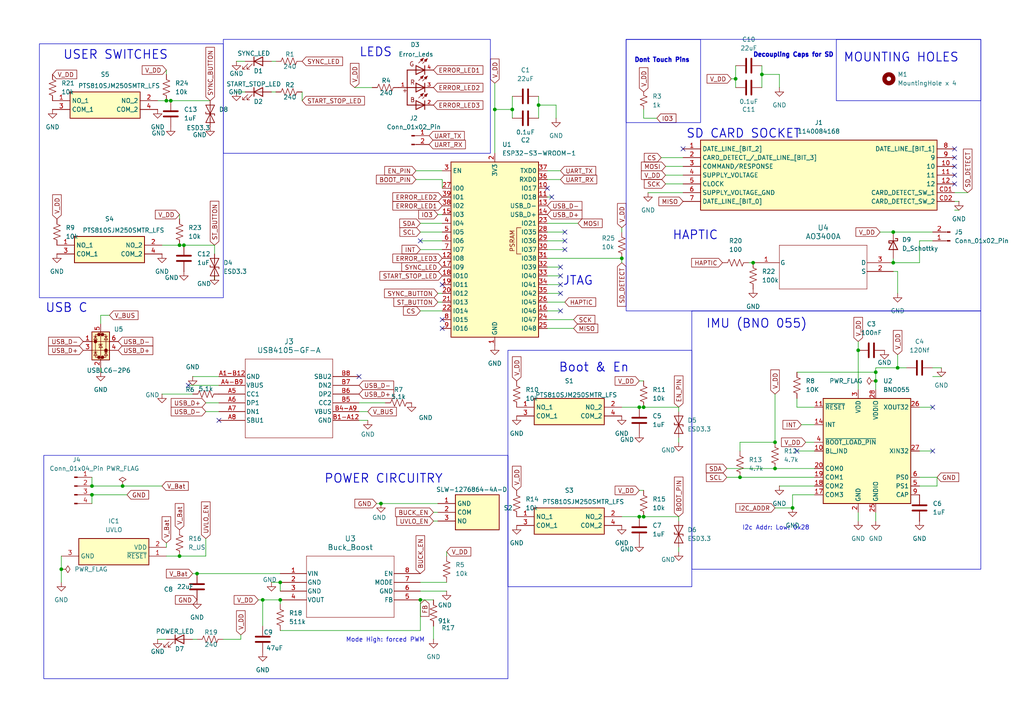
<source format=kicad_sch>
(kicad_sch (version 20250114) (generator "eeschema") (generator_version "9.0")
  (paper "A4")
  (title_block (title "GoldenFormPCB_1") (date "2026-01-22") (rev "1.0"))
  (rectangle (start 181.61 11.43) (end 284.48 90.17))
  (rectangle (start 64.77 11.43) (end 142.24 44.45))
  (rectangle (start 12.7 132.08) (end 147.32 196.85))
  (rectangle (start 242.57 11.43) (end 284.48 29.21))
  (rectangle (start 181.61 11.43) (end 203.2 35.56))
  (rectangle (start 147.32 101.6) (end 200.66 170.18))
  (rectangle (start 11.43 12.7) (end 64.77 86.36))
  (rectangle (start 200.66 90.17) (end 284.48 165.1))
  (text "LEDS\n" (at 108.966 15.24 0) (effects (font (size 2.54 2.54) (thickness 0.254) (bold yes))))
  (text "SD CARD SOCKET\n" (at 215.646 38.862 0) (effects (font (size 2.54 2.54) (thickness 0.254) (bold yes))))
  (text "POWER CIRCUITRY" (at 111.252 138.938 0) (effects (font (size 2.54 2.54) (thickness 0.254) (bold yes))))
  (text "Mode High: forced PWM\n" (at 111.76 185.674 0) (effects (font (size 1.27 1.27))))
  (text "USB C\n" (at 19.304 89.408 0) (effects (font (size 2.54 2.54) (thickness 0.254) (bold yes))))
  (text "IMU (BNO 055)" (at 219.456 93.98 0) (effects (font (size 2.54 2.54) (thickness 0.254) (bold yes))))
  (text "USER SWITCHES\n" (at 33.528 16.002 0) (effects (font (size 2.54 2.54) (thickness 0.254) (bold yes))))
  (text "Decoupling Caps for SD\n" (at 230.124 16.002 0) (effects (font (size 1.27 1.27) (thickness 0.3175))))
  (text "Dont Touch Pins\n" (at 192.024 17.526 0) (effects (font (size 1.27 1.27) (thickness 0.3175))))
  (text "HAPTIC\n" (at 201.676 68.326 0) (effects (font (size 2.54 2.54) (thickness 0.254) (bold yes))))
  (text "JTAG\n" (at 167.64 81.534 0) (effects (font (size 2.54 2.54) (thickness 0.254) (bold yes))))
  (text "Boot & En " (at 173.228 106.68 0) (effects (font (size 2.54 2.54) (thickness 0.254) (bold yes))))
  (text "I2c Addr: Low: 0x28\n" (at 225.044 153.162 0) (effects (font (size 1.27 1.27))))
  (text "MOUNTING HOLES" (at 261.366 16.764 0) (effects (font (size 2.54 2.54) (thickness 0.254) (bold yes))))
  (junction (at 214.63 138.43))
  (junction (at 35.56 140.97))
  (junction (at 259.08 76.2))
  (junction (at 17.78 165.1))
  (junction (at 52.07 161.29))
  (junction (at 76.2 173.99))
  (junction (at 248.92 101.6))
  (junction (at 218.44 76.2))
  (junction (at 81.28 168.91))
  (junction (at 186.69 149.86))
  (junction (at 259.08 67.31))
  (junction (at 110.49 146.05))
  (junction (at 185.42 149.86))
  (junction (at 213.36 22.86))
  (junction (at 26.67 140.97))
  (junction (at 143.51 31.75))
  (junction (at 229.87 147.32))
  (junction (at 180.34 74.93))
  (junction (at 254 110.49))
  (junction (at 52.07 71.12))
  (junction (at 121.92 173.99))
  (junction (at 156.21 30.48))
  (junction (at 48.26 29.21))
  (junction (at 254 107.95))
  (junction (at 260.35 106.68))
  (junction (at 185.42 118.11))
  (junction (at 220.98 21.59))
  (junction (at 81.28 173.99))
  (junction (at 26.67 143.51))
  (junction (at 224.79 135.89))
  (junction (at 49.53 29.21))
  (junction (at 57.15 166.37))
  (junction (at 148.59 31.75))
  (junction (at 224.79 128.27))
  (junction (at 53.34 71.12))
  (junction (at 186.69 118.11))
  (no_connect (at 276.86 48.26))
  (no_connect (at 162.56 80.01))
  (no_connect (at 160.02 57.15))
  (no_connect (at 270.51 130.81))
  (no_connect (at 276.86 50.8))
  (no_connect (at 162.56 82.55))
  (no_connect (at 198.12 43.18))
  (no_connect (at 270.51 118.11))
  (no_connect (at 162.56 77.47))
  (no_connect (at 162.56 90.17))
  (no_connect (at 231.14 130.81))
  (no_connect (at 163.83 69.85))
  (no_connect (at 121.92 69.85))
  (no_connect (at 276.86 43.18))
  (no_connect (at 276.86 53.34))
  (no_connect (at 104.14 109.22))
  (no_connect (at 276.86 45.72))
  (no_connect (at 158.75 54.61))
  (no_connect (at 163.83 72.39))
  (no_connect (at 128.27 95.25))
  (no_connect (at 128.27 82.55))
  (no_connect (at 162.56 85.09))
  (no_connect (at 163.83 67.31))
  (no_connect (at 128.27 92.71))
  (no_connect (at 54.61 111.76))
  (no_connect (at 63.5 121.92))
  (wire (pts (xy 143.51 31.75) (xy 148.59 31.75)))
  (wire (pts (xy 254 107.95) (xy 254 110.49)))
  (wire (pts (xy 102.87 25.4) (xy 107.95 25.4)))
  (wire (pts (xy 158.75 64.77) (xy 167.64 64.77)))
  (wire (pts (xy 156.21 30.48) (xy 161.29 30.48)))
  (wire (pts (xy 148.59 27.94) (xy 148.59 31.75)))
  (wire (pts (xy 26.67 143.51) (xy 26.67 146.05)))
  (wire (pts (xy 260.35 78.74) (xy 260.35 85.09)))
  (wire (pts (xy 52.07 71.12) (xy 53.34 71.12)))
  (wire (pts (xy 121.92 67.31) (xy 128.27 67.31)))
  (wire (pts (xy 180.34 66.04) (xy 180.34 67.31)))
  (wire (pts (xy 125.73 148.59) (xy 127 148.59)))
  (wire (pts (xy 143.51 24.13) (xy 143.51 31.75)))
  (wire (pts (xy 29.21 106.68) (xy 29.21 107.95)))
  (wire (pts (xy 158.75 87.63) (xy 163.83 87.63)))
  (wire (pts (xy 262.89 106.68) (xy 260.35 106.68)))
  (wire (pts (xy 68.58 17.78) (xy 71.12 17.78)))
  (wire (pts (xy 218.44 76.2) (xy 217.17 76.2)))
  (wire (pts (xy 220.98 21.59) (xy 226.06 21.59)))
  (wire (pts (xy 48.26 20.32) (xy 48.26 21.59)))
  (wire (pts (xy 57.15 166.37) (xy 81.28 166.37)))
  (wire (pts (xy 156.21 27.94) (xy 156.21 30.48)))
  (wire (pts (xy 248.92 99.06) (xy 248.92 101.6)))
  (wire (pts (xy 127 87.63) (xy 128.27 87.63)))
  (wire (pts (xy 46.99 140.97) (xy 35.56 140.97)))
  (wire (pts (xy 160.02 57.15) (xy 158.75 57.15)))
  (wire (pts (xy 121.92 168.91) (xy 129.54 168.91)))
  (wire (pts (xy 78.74 168.91) (xy 81.28 168.91)))
  (wire (pts (xy 64.77 185.42) (xy 69.85 185.42)))
  (wire (pts (xy 59.69 116.84) (xy 63.5 116.84)))
  (wire (pts (xy 266.7 69.85) (xy 266.7 76.2)))
  (wire (pts (xy 104.14 119.38) (xy 106.68 119.38)))
  (wire (pts (xy 45.72 29.21) (xy 48.26 29.21)))
  (wire (pts (xy 254 106.68) (xy 254 107.95)))
  (wire (pts (xy 121.92 173.99) (xy 121.92 182.88)))
  (wire (pts (xy 266.7 138.43) (xy 271.78 138.43)))
  (wire (pts (xy 120.65 52.07) (xy 128.27 52.07)))
  (wire (pts (xy 125.73 173.99) (xy 121.92 173.99)))
  (wire (pts (xy 121.92 69.85) (xy 128.27 69.85)))
  (wire (pts (xy 213.36 22.86) (xy 213.36 25.4)))
  (wire (pts (xy 193.04 53.34) (xy 198.12 53.34)))
  (wire (pts (xy 81.28 182.88) (xy 121.92 182.88)))
  (wire (pts (xy 186.69 31.75) (xy 186.69 34.29)))
  (wire (pts (xy 128.27 52.07) (xy 128.27 54.61)))
  (wire (pts (xy 76.2 173.99) (xy 76.2 181.61)))
  (wire (pts (xy 259.08 67.31) (xy 270.51 67.31)))
  (wire (pts (xy 158.75 69.85) (xy 163.83 69.85)))
  (wire (pts (xy 158.75 49.53) (xy 162.56 49.53)))
  (wire (pts (xy 148.59 31.75) (xy 148.59 34.29)))
  (wire (pts (xy 260.35 106.68) (xy 254 106.68)))
  (wire (pts (xy 186.69 118.11) (xy 196.85 118.11)))
  (wire (pts (xy 76.2 173.99) (xy 81.28 173.99)))
  (wire (pts (xy 254 148.59) (xy 254 151.13)))
  (wire (pts (xy 104.14 116.84) (xy 111.76 116.84)))
  (wire (pts (xy 220.98 21.59) (xy 220.98 25.4)))
  (wire (pts (xy 26.67 138.43) (xy 26.67 140.97)))
  (wire (pts (xy 26.67 140.97) (xy 35.56 140.97)))
  (wire (pts (xy 187.96 55.88) (xy 198.12 55.88)))
  (wire (pts (xy 248.92 148.59) (xy 248.92 151.13)))
  (wire (pts (xy 276.86 60.96) (xy 278.13 60.96)))
  (wire (pts (xy 224.79 114.3) (xy 224.79 128.27)))
  (wire (pts (xy 214.63 128.27) (xy 224.79 128.27)))
  (wire (pts (xy 210.82 135.89) (xy 224.79 135.89)))
  (wire (pts (xy 158.75 74.93) (xy 180.34 74.93)))
  (wire (pts (xy 236.22 118.11) (xy 231.14 118.11)))
  (wire (pts (xy 158.75 80.01) (xy 162.56 80.01)))
  (wire (pts (xy 186.69 149.86) (xy 185.42 149.86)))
  (wire (pts (xy 156.21 30.48) (xy 156.21 34.29)))
  (wire (pts (xy 158.75 72.39) (xy 163.83 72.39)))
  (wire (pts (xy 191.77 45.72) (xy 198.12 45.72)))
  (wire (pts (xy 213.36 19.05) (xy 213.36 22.86)))
  (wire (pts (xy 196.85 160.02) (xy 196.85 158.75)))
  (wire (pts (xy 52.07 62.23) (xy 52.07 63.5)))
  (wire (pts (xy 158.75 82.55) (xy 162.56 82.55)))
  (wire (pts (xy 62.23 81.28) (xy 62.23 80.01)))
  (wire (pts (xy 26.67 143.51) (xy 36.83 143.51)))
  (wire (pts (xy 231.14 107.95) (xy 254 107.95)))
  (wire (pts (xy 196.85 119.38) (xy 196.85 118.11)))
  (wire (pts (xy 212.09 22.86) (xy 213.36 22.86)))
  (wire (pts (xy 48.26 158.75) (xy 48.26 157.48)))
  (wire (pts (xy 266.7 69.85) (xy 270.51 69.85)))
  (wire (pts (xy 120.65 49.53) (xy 128.27 49.53)))
  (wire (pts (xy 161.29 30.48) (xy 161.29 34.29)))
  (wire (pts (xy 49.53 29.21) (xy 60.96 29.21)))
  (wire (pts (xy 143.51 31.75) (xy 143.51 44.45)))
  (wire (pts (xy 254 110.49) (xy 254 113.03)))
  (wire (pts (xy 180.34 118.11) (xy 185.42 118.11)))
  (wire (pts (xy 270.51 106.68) (xy 273.05 106.68)))
  (wire (pts (xy 232.41 123.19) (xy 236.22 123.19)))
  (wire (pts (xy 186.69 110.49) (xy 185.42 110.49)))
  (wire (pts (xy 81.28 175.26) (xy 81.28 173.99)))
  (wire (pts (xy 233.68 128.27) (xy 236.22 128.27)))
  (wire (pts (xy 48.26 161.29) (xy 52.07 161.29)))
  (wire (pts (xy 125.73 181.61) (xy 125.73 185.42)))
  (wire (pts (xy 226.06 21.59) (xy 226.06 25.4)))
  (wire (pts (xy 55.88 166.37) (xy 57.15 166.37)))
  (wire (pts (xy 81.28 168.91) (xy 81.28 171.45)))
  (wire (pts (xy 158.75 90.17) (xy 162.56 90.17)))
  (wire (pts (xy 158.75 95.25) (xy 166.37 95.25)))
  (wire (pts (xy 260.35 102.87) (xy 260.35 106.68)))
  (wire (pts (xy 158.75 92.71) (xy 166.37 92.71)))
  (wire (pts (xy 104.14 121.92) (xy 106.68 121.92)))
  (wire (pts (xy 276.86 55.88) (xy 280.67 55.88)))
  (wire (pts (xy 158.75 85.09) (xy 162.56 85.09)))
  (wire (pts (xy 87.63 29.21) (xy 87.63 26.67)))
  (wire (pts (xy 271.78 138.43) (xy 271.78 140.97)))
  (wire (pts (xy 55.88 109.22) (xy 63.5 109.22)))
  (wire (pts (xy 127 85.09) (xy 128.27 85.09)))
  (wire (pts (xy 186.69 149.86) (xy 196.85 149.86)))
  (wire (pts (xy 59.69 119.38) (xy 63.5 119.38)))
  (wire (pts (xy 48.26 29.21) (xy 49.53 29.21)))
  (wire (pts (xy 78.74 17.78) (xy 80.01 17.78)))
  (wire (pts (xy 266.7 130.81) (xy 270.51 130.81)))
  (wire (pts (xy 127 62.23) (xy 128.27 62.23)))
  (wire (pts (xy 186.69 34.29) (xy 190.5 34.29)))
  (wire (pts (xy 266.7 140.97) (xy 271.78 140.97)))
  (wire (pts (xy 259.08 78.74) (xy 260.35 78.74)))
  (wire (pts (xy 54.61 111.76) (xy 63.5 111.76)))
  (wire (pts (xy 231.14 118.11) (xy 231.14 115.57)))
  (wire (pts (xy 214.63 138.43) (xy 236.22 138.43)))
  (wire (pts (xy 55.88 185.42) (xy 57.15 185.42)))
  (wire (pts (xy 255.27 67.31) (xy 259.08 67.31)))
  (wire (pts (xy 62.23 73.66) (xy 62.23 71.12)))
  (wire (pts (xy 180.34 149.86) (xy 185.42 149.86)))
  (wire (pts (xy 110.49 146.05) (xy 127 146.05)))
  (wire (pts (xy 121.92 72.39) (xy 128.27 72.39)))
  (wire (pts (xy 186.69 142.24) (xy 185.42 142.24)))
  (wire (pts (xy 121.92 90.17) (xy 128.27 90.17)))
  (wire (pts (xy 276.86 58.42) (xy 278.13 58.42)))
  (wire (pts (xy 229.87 143.51) (xy 236.22 143.51)))
  (wire (pts (xy 196.85 128.27) (xy 196.85 127)))
  (wire (pts (xy 266.7 76.2) (xy 259.08 76.2)))
  (wire (pts (xy 248.92 101.6) (xy 248.92 113.03)))
  (wire (pts (xy 121.92 64.77) (xy 128.27 64.77)))
  (wire (pts (xy 186.69 118.11) (xy 185.42 118.11)))
  (wire (pts (xy 52.07 71.12) (xy 46.99 71.12)))
  (wire (pts (xy 76.2 173.99) (xy 74.93 173.99)))
  (wire (pts (xy 158.75 67.31) (xy 163.83 67.31)))
  (wire (pts (xy 229.87 147.32) (xy 229.87 143.51)))
  (wire (pts (xy 196.85 151.13) (xy 196.85 149.86)))
  (wire (pts (xy 29.21 91.44) (xy 31.75 91.44)))
  (wire (pts (xy 158.75 52.07) (xy 162.56 52.07)))
  (wire (pts (xy 224.79 135.89) (xy 236.22 135.89)))
  (wire (pts (xy 17.78 165.1) (xy 17.78 168.91)))
  (wire (pts (xy 109.22 146.05) (xy 110.49 146.05)))
  (wire (pts (xy 231.14 130.81) (xy 236.22 130.81)))
  (wire (pts (xy 125.73 151.13) (xy 127 151.13)))
  (wire (pts (xy 236.22 140.97) (xy 226.06 140.97)))
  (wire (pts (xy 193.04 50.8) (xy 198.12 50.8)))
  (wire (pts (xy 193.04 48.26) (xy 198.12 48.26)))
  (wire (pts (xy 266.7 118.11) (xy 270.51 118.11)))
  (wire (pts (xy 29.21 91.44) (xy 29.21 93.98)))
  (wire (pts (xy 69.85 184.15) (xy 69.85 185.42)))
  (wire (pts (xy 17.78 161.29) (xy 17.78 165.1)))
  (wire (pts (xy 224.79 147.32) (xy 229.87 147.32)))
  (wire (pts (xy 45.72 185.42) (xy 48.26 185.42)))
  (wire (pts (xy 210.82 138.43) (xy 214.63 138.43)))
  (wire (pts (xy 129.54 160.02) (xy 129.54 161.29)))
  (wire (pts (xy 259.08 74.93) (xy 259.08 76.2)))
  (wire (pts (xy 180.34 76.2) (xy 180.34 74.93)))
  (wire (pts (xy 214.63 130.81) (xy 214.63 128.27)))
  (wire (pts (xy 68.58 26.67) (xy 71.12 26.67)))
  (wire (pts (xy 270.51 109.22) (xy 273.05 109.22)))
  (wire (pts (xy 59.69 161.29) (xy 52.07 161.29)))
  (wire (pts (xy 78.74 26.67) (xy 80.01 26.67)))
  (wire (pts (xy 121.92 171.45) (xy 129.54 171.45)))
  (wire (pts (xy 59.69 156.21) (xy 59.69 161.29)))
  (wire (pts (xy 53.34 71.12) (xy 62.23 71.12)))
  (wire (pts (xy 220.98 19.05) (xy 220.98 21.59)))
  (wire (pts (xy 46.99 114.3) (xy 55.88 114.3)))
  (wire (pts (xy 158.75 77.47) (xy 162.56 77.47)))
  (global_label "UART_TX" (shape input) (at 124.46 39.37 0) (property "Intersheetrefs" "${INTERSHEET_REFS}" (effects (hide yes))))
  (global_label "V_DD" (shape input) (at 129.54 160.02 0) (property "Intersheetrefs" "${INTERSHEET_REFS}" (effects (hide yes))))
  (global_label "GND" (shape input) (at 57.15 173.99 180) (property "Intersheetrefs" "${INTERSHEET_REFS}" (effects (hide yes))))
  (global_label "MISO" (shape input) (at 198.12 58.42 180) (property "Intersheetrefs" "${INTERSHEET_REFS}" (effects (hide yes))))
  (global_label "V_DD" (shape input) (at 193.04 50.8 180) (property "Intersheetrefs" "${INTERSHEET_REFS}" (effects (hide yes))))
  (global_label "SYNC_LED" (shape input) (at 128.27 77.47 180) (property "Intersheetrefs" "${INTERSHEET_REFS}" (effects (hide yes))))
  (global_label "V_DD" (shape input) (at 185.42 142.24 180) (property "Intersheetrefs" "${INTERSHEET_REFS}" (effects (hide yes))))
  (global_label "V_BUS" (shape input) (at 31.75 91.44 0) (property "Intersheetrefs" "${INTERSHEET_REFS}" (effects (hide yes))))
  (global_label "HAPTIC" (shape input) (at 163.83 87.63 0) (property "Intersheetrefs" "${INTERSHEET_REFS}" (effects (hide yes))))
  (global_label "V_DD" (shape input) (at 255.27 67.31 180) (property "Intersheetrefs" "${INTERSHEET_REFS}" (effects (hide yes))))
  (global_label "SD_DETECT" (shape input) (at 180.34 76.2 270) (property "Intersheetrefs" "${INTERSHEET_REFS}" (effects (hide yes))))
  (global_label "SCL" (shape input) (at 121.92 67.31 180) (property "Intersheetrefs" "${INTERSHEET_REFS}" (effects (hide yes))))
  (global_label "GND" (shape input) (at 109.22 146.05 180) (property "Intersheetrefs" "${INTERSHEET_REFS}" (effects (hide yes))))
  (global_label "SCL" (shape input) (at 210.82 138.43 180) (property "Intersheetrefs" "${INTERSHEET_REFS}" (effects (hide yes))))
  (global_label "CS" (shape input) (at 121.92 90.17 180) (property "Intersheetrefs" "${INTERSHEET_REFS}" (effects (hide yes))))
  (global_label "UVLO_EN" (shape input) (at 59.69 156.21 90) (property "Intersheetrefs" "${INTERSHEET_REFS}" (effects (hide yes))))
  (global_label "UART_RX" (shape input) (at 162.56 52.07 0) (property "Intersheetrefs" "${INTERSHEET_REFS}" (effects (hide yes))))
  (global_label "SYNC_LED" (shape input) (at 87.63 17.78 0) (property "Intersheetrefs" "${INTERSHEET_REFS}" (effects (hide yes))))
  (global_label "V_Bat" (shape input) (at 46.99 140.97 0) (effects (font (thickness 0.1588))) (property "Intersheetrefs" "${INTERSHEET_REFS}" (effects (hide yes))))
  (global_label "V_DD" (shape input) (at 74.93 173.99 180) (property "Intersheetrefs" "${INTERSHEET_REFS}" (effects (hide yes))))
  (global_label "USB_D+" (shape input) (at 34.29 101.6 0) (property "Intersheetrefs" "${INTERSHEET_REFS}" (effects (hide yes))))
  (global_label "SYNC_BUTTON" (shape input) (at 127 85.09 180) (property "Intersheetrefs" "${INTERSHEET_REFS}" (effects (hide yes))))
  (global_label "V_DD" (shape input) (at 180.34 66.04 90) (property "Intersheetrefs" "${INTERSHEET_REFS}" (effects (hide yes))))
  (global_label "INT" (shape input) (at 121.92 72.39 180) (property "Intersheetrefs" "${INTERSHEET_REFS}" (effects (hide yes))))
  (global_label "START_STOP_LED" (shape input) (at 87.63 29.21 0) (property "Intersheetrefs" "${INTERSHEET_REFS}" (effects (hide yes))))
  (global_label "USB_D-" (shape input) (at 158.75 59.69 0) (property "Intersheetrefs" "${INTERSHEET_REFS}" (effects (hide yes))))
  (global_label "V_DD" (shape input) (at 16.51 63.5 90) (property "Intersheetrefs" "${INTERSHEET_REFS}" (effects (hide yes))))
  (global_label "V_DD" (shape input) (at 185.42 110.49 180) (property "Intersheetrefs" "${INTERSHEET_REFS}" (effects (hide yes))))
  (global_label "V_DD" (shape input) (at 224.79 114.3 90) (property "Intersheetrefs" "${INTERSHEET_REFS}" (effects (hide yes))))
  (global_label "SDA" (shape input) (at 210.82 135.89 180) (property "Intersheetrefs" "${INTERSHEET_REFS}" (effects (hide yes))))
  (global_label "V_Bat" (shape input) (at 52.07 153.67 90) (property "Intersheetrefs" "${INTERSHEET_REFS}" (effects (hide yes))))
  (global_label "SCK" (shape input) (at 166.37 92.71 0) (property "Intersheetrefs" "${INTERSHEET_REFS}" (effects (hide yes))))
  (global_label "SDA" (shape input) (at 121.92 64.77 180) (property "Intersheetrefs" "${INTERSHEET_REFS}" (effects (hide yes))))
  (global_label "ERROR_LED3" (shape input) (at 128.27 74.93 180) (property "Intersheetrefs" "${INTERSHEET_REFS}" (effects (hide yes))))
  (global_label "ERROR_LED2" (shape input) (at 128.27 57.15 180) (property "Intersheetrefs" "${INTERSHEET_REFS}" (effects (hide yes))))
  (global_label "ERROR_LED1" (shape input) (at 125.73 20.32 0) (property "Intersheetrefs" "${INTERSHEET_REFS}" (effects (hide yes))))
  (global_label "V_DD" (shape input) (at 52.07 62.23 180) (property "Intersheetrefs" "${INTERSHEET_REFS}" (effects (hide yes))))
  (global_label "V_DD" (shape input) (at 186.69 26.67 90) (property "Intersheetrefs" "${INTERSHEET_REFS}" (effects (hide yes))))
  (global_label "ERROR_LED2" (shape input) (at 125.73 25.4 0) (property "Intersheetrefs" "${INTERSHEET_REFS}" (effects (hide yes))))
  (global_label "USB_D-" (shape input) (at 24.13 99.06 180) (property "Intersheetrefs" "${INTERSHEET_REFS}" (effects (hide yes))))
  (global_label "V_DD" (shape input) (at 212.09 22.86 180) (property "Intersheetrefs" "${INTERSHEET_REFS}" (effects (hide yes))))
  (global_label "UVLO_EN" (shape input) (at 125.73 151.13 180) (property "Intersheetrefs" "${INTERSHEET_REFS}" (effects (hide yes))))
  (global_label "V_DD" (shape input) (at 260.35 102.87 90) (property "Intersheetrefs" "${INTERSHEET_REFS}" (effects (hide yes))))
  (global_label "V_DD" (shape input) (at 149.86 142.24 90) (property "Intersheetrefs" "${INTERSHEET_REFS}" (effects (hide yes))))
  (global_label "SCK" (shape input) (at 193.04 53.34 180) (property "Intersheetrefs" "${INTERSHEET_REFS}" (effects (hide yes))))
  (global_label "V_BUS" (shape input) (at 106.68 119.38 0) (property "Intersheetrefs" "${INTERSHEET_REFS}" (effects (hide yes))))
  (global_label "GND" (shape input) (at 36.83 143.51 0) (effects (font (thickness 0.1588))) (property "Intersheetrefs" "${INTERSHEET_REFS}" (effects (hide yes))))
  (global_label "USB_D-" (shape input) (at 104.14 111.76 0) (property "Intersheetrefs" "${INTERSHEET_REFS}" (effects (hide yes))))
  (global_label "BUCK_EN" (shape input) (at 121.92 166.37 90) (property "Intersheetrefs" "${INTERSHEET_REFS}" (effects (hide yes))))
  (global_label "SD_DETECT" (shape input) (at 280.67 55.88 90) (property "Intersheetrefs" "${INTERSHEET_REFS}" (effects (hide yes))))
  (global_label "UART_TX" (shape input) (at 162.56 49.53 0) (property "Intersheetrefs" "${INTERSHEET_REFS}" (effects (hide yes))))
  (global_label "START_STOP_LED" (shape input) (at 128.27 80.01 180) (property "Intersheetrefs" "${INTERSHEET_REFS}" (effects (hide yes))))
  (global_label "IO3" (shape input) (at 127 62.23 180) (effects (font (thickness 0.1588))) (property "Intersheetrefs" "${INTERSHEET_REFS}" (effects (hide yes))))
  (global_label "SYNC_BUTTON" (shape input) (at 60.96 29.21 90) (property "Intersheetrefs" "${INTERSHEET_REFS}" (effects (hide yes))))
  (global_label "UART_RX" (shape input) (at 124.46 41.91 0) (property "Intersheetrefs" "${INTERSHEET_REFS}" (effects (hide yes))))
  (global_label "I2C_ADDR" (shape input) (at 224.79 147.32 180) (property "Intersheetrefs" "${INTERSHEET_REFS}" (effects (hide yes))))
  (global_label "V_DD" (shape input) (at 48.26 20.32 180) (property "Intersheetrefs" "${INTERSHEET_REFS}" (effects (hide yes))))
  (global_label "CS" (shape input) (at 191.77 45.72 180) (property "Intersheetrefs" "${INTERSHEET_REFS}" (effects (hide yes))))
  (global_label "V_DD" (shape input) (at 143.51 24.13 90) (property "Intersheetrefs" "${INTERSHEET_REFS}" (effects (hide yes))))
  (global_label "EN_PIN" (shape input) (at 196.85 118.11 90) (property "Intersheetrefs" "${INTERSHEET_REFS}" (effects (hide yes))))
  (global_label "USB_D-" (shape input) (at 59.69 119.38 180) (property "Intersheetrefs" "${INTERSHEET_REFS}" (effects (hide yes))))
  (global_label "V_DD" (shape input) (at 69.85 184.15 90) (property "Intersheetrefs" "${INTERSHEET_REFS}" (effects (hide yes))))
  (global_label "GND" (shape input) (at 271.78 138.43 0) (property "Intersheetrefs" "${INTERSHEET_REFS}" (effects (hide yes))))
  (global_label "USB_D+" (shape input) (at 59.69 116.84 180) (property "Intersheetrefs" "${INTERSHEET_REFS}" (effects (hide yes))))
  (global_label "USB_D-" (shape input) (at 34.29 99.06 0) (property "Intersheetrefs" "${INTERSHEET_REFS}" (effects (hide yes))))
  (global_label "BOOT_PIN" (shape input) (at 196.85 149.86 90) (property "Intersheetrefs" "${INTERSHEET_REFS}" (effects (hide yes))))
  (global_label "IO3" (shape input) (at 190.5 34.29 0) (effects (font (thickness 0.1588))) (property "Intersheetrefs" "${INTERSHEET_REFS}" (effects (hide yes))))
  (global_label "MISO" (shape input) (at 166.37 95.25 0) (property "Intersheetrefs" "${INTERSHEET_REFS}" (effects (hide yes))))
  (global_label "V_Bat" (shape input) (at 48.26 157.48 90) (property "Intersheetrefs" "${INTERSHEET_REFS}" (effects (hide yes))))
  (global_label "ST_BUTTON" (shape input) (at 62.23 71.12 90) (property "Intersheetrefs" "${INTERSHEET_REFS}" (effects (hide yes))))
  (global_label "ST_BUTTON" (shape input) (at 127 87.63 180) (property "Intersheetrefs" "${INTERSHEET_REFS}" (effects (hide yes))))
  (global_label "V_DD" (shape input) (at 248.92 99.06 90) (property "Intersheetrefs" "${INTERSHEET_REFS}" (effects (hide yes))))
  (global_label "FB" (shape input) (at 123.19 173.99 270) (property "Intersheetrefs" "${INTERSHEET_REFS}" (effects (hide yes))))
  (global_label "USB_D+" (shape input) (at 24.13 101.6 180) (property "Intersheetrefs" "${INTERSHEET_REFS}" (effects (hide yes))))
  (global_label "ERROR_LED1" (shape input) (at 128.27 59.69 180) (property "Intersheetrefs" "${INTERSHEET_REFS}" (effects (hide yes))))
  (global_label "BUCK_EN" (shape input) (at 125.73 148.59 180) (property "Intersheetrefs" "${INTERSHEET_REFS}" (effects (hide yes))))
  (global_label "V_Bat" (shape input) (at 55.88 166.37 180) (property "Intersheetrefs" "${INTERSHEET_REFS}" (effects (hide yes))))
  (global_label "MOSI" (shape input) (at 167.64 64.77 0) (property "Intersheetrefs" "${INTERSHEET_REFS}" (effects (hide yes))))
  (global_label "V_DD" (shape input) (at 15.24 21.59 0) (property "Intersheetrefs" "${INTERSHEET_REFS}" (effects (hide yes))))
  (global_label "INT" (shape input) (at 232.41 123.19 180) (property "Intersheetrefs" "${INTERSHEET_REFS}" (effects (hide yes))))
  (global_label "V_DD" (shape input) (at 233.68 128.27 180) (property "Intersheetrefs" "${INTERSHEET_REFS}" (effects (hide yes))))
  (global_label "USB_D+" (shape input) (at 158.75 62.23 0) (property "Intersheetrefs" "${INTERSHEET_REFS}" (effects (hide yes))))
  (global_label "ERROR_LED3" (shape input) (at 125.73 30.48 0) (property "Intersheetrefs" "${INTERSHEET_REFS}" (effects (hide yes))))
  (global_label "USB_D+" (shape input) (at 104.14 114.3 0) (property "Intersheetrefs" "${INTERSHEET_REFS}" (effects (hide yes))))
  (global_label "BOOT_PIN" (shape input) (at 120.65 52.07 180) (property "Intersheetrefs" "${INTERSHEET_REFS}" (effects (hide yes))))
  (global_label "V_DD" (shape input) (at 149.86 110.49 90) (property "Intersheetrefs" "${INTERSHEET_REFS}" (effects (hide yes))))
  (global_label "HAPTIC" (shape input) (at 209.55 76.2 180) (property "Intersheetrefs" "${INTERSHEET_REFS}" (effects (hide yes))))
  (global_label "V_DD" (shape input) (at 102.87 25.4 90) (property "Intersheetrefs" "${INTERSHEET_REFS}" (effects (hide yes))))
  (global_label "EN_PIN" (shape input) (at 120.65 49.53 180) (property "Intersheetrefs" "${INTERSHEET_REFS}" (effects (hide yes))))
  (global_label "MOSI" (shape input) (at 193.04 48.26 180) (property "Intersheetrefs" "${INTERSHEET_REFS}" (effects (hide yes))))
  (symbol (lib_id "power:GND") (at 106.68 121.92 0) (unit 1)
    (property "Reference" "#PWR010" (effects (hide yes)))
    (property "Value" "GND" (at 106.68 125.984 0))
    (property "Description" "Power symbol creates a global label with name \"GND\" , ground" (effects (hide yes)))
  )
  (symbol (lib_id "power:GND") (at 254 151.13 0) (unit 1)
    (property "Reference" "#PWR041" (effects (hide yes)))
    (property "Value" "GND" (at 254 156.21 0))
    (property "Description" "Power symbol creates a global label with name \"GND\" , ground" (effects (hide yes)))
  )
  (symbol (lib_id "power:GND") (at 45.72 185.42 0) (unit 1)
    (property "Reference" "#PWR026" (effects (hide yes)))
    (property "Value" "GND" (at 45.72 188.976 0))
    (property "Description" "Power symbol creates a global label with name \"GND\" , ground" (effects (hide yes)))
  )
  (symbol (lib_id "power:GND") (at 143.51 100.33 0) (unit 1)
    (property "Reference" "#PWR07" (effects (hide yes)))
    (property "Value" "GND" (at 143.51 105.41 0))
    (property "Description" "Power symbol creates a global label with name \"GND\" , ground" (effects (hide yes)))
  )
  (symbol (lib_id "Device:R_US") (at 149.86 146.05 0) (unit 1)
    (property "Reference" "R14" (at 152.4 144.7799 0) (effects (justify left)))
    (property "Value" "10k" (at 152.4 147.3199 0) (effects (justify left)))
    (property "Footprint" "Resistor_SMD:R_0805_2012Metric_Pad1.20x1.40mm_HandSolder" (effects (hide yes)))
    (property "Description" "Resistor, US symbol" (effects (hide yes)))
  )
  (symbol (lib_id "power:GND") (at 49.53 36.83 0) (unit 1)
    (property "Reference" "#PWR045" (effects (hide yes)))
    (property "Value" "GND" (at 45.974 38.608 0))
    (property "Description" "Power symbol creates a global label with name \"GND\" , ground" (effects (hide yes)))
  )
  (symbol (lib_id "power:GND") (at 125.73 185.42 0) (unit 1)
    (property "Reference" "#PWR027" (effects (hide yes)))
    (property "Value" "GND" (at 125.73 190.5 0))
    (property "Description" "Power symbol creates a global label with name \"GND\" , ground" (effects (hide yes)))
  )
  (symbol (lib_id "Connector:Conn_01x04_Pin") (at 21.59 140.97 0) (unit 1)
    (property "Reference" "J4" (at 22.225 133.35 0))
    (property "Value" "Conn_01x04_Pin" (at 22.225 135.89 0))
    (property "Footprint" "Connector_PinHeader_2.54mm:PinHeader_1x04_P2.54mm_Vertical" (effects (hide yes)))
    (property "Description" "Generic connector, single row, 01x04, script generated" (effects (hide yes)))
  )
  (symbol (lib_id "Device:R_US") (at 83.82 26.67 90) (unit 1)
    (property "Reference" "R2" (at 84.074 24.638 90))
    (property "Value" "240" (at 84.074 28.194 90))
    (property "Footprint" "Resistor_SMD:R_0805_2012Metric_Pad1.20x1.40mm_HandSolder" (effects (hide yes)))
    (property "Description" "Resistor, US symbol" (effects (hide yes)))
  )
  (symbol (lib_id "Device:LED") (at 74.93 26.67 0) (unit 1)
    (property "Reference" "D2" (at 74.93 29.464 0))
    (property "Value" "START_STOP_LED" (at 73.5965 24.384 0))
    (property "Footprint" "LED_SMD:LED_0805_2012Metric_Pad1.15x1.40mm_HandSolder" (effects (hide yes)))
    (property "Description" "Light emitting diode" (effects (hide yes)))
    (property "Sim.Pins" "1=K 2=A" (effects (hide yes)))
  )
  (symbol (lib_id "power:GND") (at 68.58 26.67 0) (unit 1)
    (property "Reference" "#PWR02" (effects (hide yes)))
    (property "Value" "GND" (at 68.326 26.67 0))
    (property "Description" "Power symbol creates a global label with name \"GND\" , ground" (effects (hide yes)))
  )
  (symbol (lib_id "power:GND") (at 185.42 125.73 0) (unit 1)
    (property "Reference" "#PWR014" (effects (hide yes)))
    (property "Value" "GND" (at 181.864 127.508 0))
    (property "Description" "Power symbol creates a global label with name \"GND\" , ground" (effects (hide yes)))
  )
  (symbol (lib_id "power:GND") (at 15.24 31.75 0) (unit 1)
    (property "Reference" "#PWR032" (effects (hide yes)))
    (property "Value" "GND" (at 15.24 36.83 0))
    (property "Description" "Power symbol creates a global label with name \"GND\" , ground" (effects (hide yes)))
  )
  (symbol (lib_id "power:GND") (at 278.13 58.42 0) (unit 1)
    (property "Reference" "#PWR039" (effects (hide yes)))
    (property "Value" "GND" (at 278.13 63.5 0))
    (property "Description" "Power symbol creates a global label with name \"GND\" , ground" (effects (hide yes)))
  )
  (symbol (lib_id "MySymbols:SLW-1276864-4A-D") (at 127 146.05 0) (unit 1)
    (property "Reference" "S2" (at 146.05 147.3199 0) (effects (justify left)))
    (property "Value" "SLW-1276864-4A-D" (at 126.492 141.986 0) (effects (justify left)))
    (property "Footprint" "SLW12768644AD" (effects (hide yes)))
    (property "Datasheet" "https://www.sameskydevices.com/product/resource/SLW-1276864-4A-D.pdf" (effects (hide yes)))
    (property "Description" "SLW-1276864-4A-D - 12.7 x 6.8 x 6.4 mm, 2 mm Raised Slide Actuator, Vertical, Through Hole, Slide Switch" (effects (hide yes)))
    (property "Height" "10.6" (effects (hide yes)))
    (property "Mouser Part Number" "179-SLW-1276864-4A-D" (effects (hide yes)))
    (property "Mouser Price/Stock" "https://www.mouser.co.uk/ProductDetail/Same-Sky/SLW-1276864-4A-D?qs=1Kr7Jg1SGW90vOt02EYiag%3D%3D" (effects (hide yes)))
    (property "Manufacturer_Name" "Same Sky" (effects (hide yes)))
    (property "Manufacturer_Part_Number" "SLW-1276864-4A-D" (effects (hide yes)))
  )
  (symbol (lib_id "power:GND") (at 218.44 83.82 0) (unit 1)
    (property "Reference" "#PWR030" (effects (hide yes)))
    (property "Value" "GND" (at 218.44 88.9 0))
    (property "Description" "Power symbol creates a global label with name \"GND\" , ground" (effects (hide yes)))
  )
  (symbol (lib_id "power:GND") (at 62.23 80.01 0) (unit 1)
    (property "Reference" "#PWR031" (effects (hide yes)))
    (property "Value" "GND" (at 59.182 82.296 0))
    (property "Description" "Power symbol creates a global label with name \"GND\" , ground" (effects (hide yes)))
  )
  (symbol (lib_id "MySymbols:PTS810SJM250SMTR_LFS") (at 15.24 29.21 0) (unit 1)
    (property "Reference" "S5" (at 30.48 21.59 0))
    (property "Value" "PTS810SJM250SMTR_LFS" (at 34.544 24.892 0))
    (property "Footprint" "MyFootprints:PTS810SJM250SMTRLFS" (effects (hide yes)))
    (property "Datasheet" "https://www.ckswitches.com/media/1476/pts810.pdf" (effects (hide yes)))
    (property "Description" "TACTILE SWITCH, J type for SMT, 0.05A, 16VDC,500 m, SMD, Microminiature SMT Top Actuated, -40C to 85C" (effects (hide yes)))
    (property "Height" "2.7" (effects (hide yes)))
    (property "Mouser Part Number" "611-PTS810SJM250SMTR" (effects (hide yes)))
    (property "Mouser Price/Stock" "https://www.mouser.co.uk/ProductDetail/CK/PTS810SJM250SMTR-LFS?qs=Imq1NPwxi75Vg1coPafm8w%3D%3D" (effects (hide yes)))
    (property "Manufacturer_Name" "C & K COMPONENTS" (effects (hide yes)))
    (property "Manufacturer_Part_Number" "PTS810SJM250SMTR LFS" (effects (hide yes)))
  )
  (symbol (lib_id "Device:R_US") (at 218.44 80.01 180) (unit 1)
    (property "Reference" "R22" (at 220.98 78.7399 0) (effects (justify right)))
    (property "Value" "100k" (at 220.98 81.2799 0) (effects (justify right)))
    (property "Footprint" "Resistor_SMD:R_0805_2012Metric_Pad1.20x1.40mm_HandSolder" (effects (hide yes)))
    (property "Description" "Resistor, US symbol" (effects (hide yes)))
  )
  (symbol (lib_id "power:GND") (at 29.21 107.95 0) (unit 1)
    (property "Reference" "#PWR037" (effects (hide yes)))
    (property "Value" "GND" (at 29.21 113.03 0))
    (property "Description" "Power symbol creates a global label with name \"GND\" , ground" (effects (hide yes)))
  )
  (symbol (lib_id "Device:R_US") (at 214.63 134.62 0) (unit 1)
    (property "Reference" "R13" (at 217.17 133.3499 0) (effects (justify left)))
    (property "Value" "4.7k" (at 217.17 135.8899 0) (effects (justify left)))
    (property "Footprint" "Resistor_SMD:R_0805_2012Metric_Pad1.20x1.40mm_HandSolder" (effects (hide yes)))
    (property "Description" "Resistor, US symbol" (effects (hide yes)))
  )
  (symbol (lib_id "power:GND") (at 16.51 73.66 0) (unit 1)
    (property "Reference" "#PWR013" (effects (hide yes)))
    (property "Value" "GND" (at 16.51 78.74 0))
    (property "Description" "Power symbol creates a global label with name \"GND\" , ground" (effects (hide yes)))
  )
  (symbol (lib_id "Device:C") (at 53.34 74.93 0) (unit 1)
    (property "Reference" "C12" (at 57.15 73.6599 0) (effects (justify left)))
    (property "Value" "1uF" (at 57.15 76.1999 0) (effects (justify left)))
    (property "Footprint" "Capacitor_SMD:C_0805_2012Metric_Pad1.18x1.45mm_HandSolder" (effects (hide yes)))
    (property "Description" "Unpolarized capacitor" (effects (hide yes)))
  )
  (symbol (lib_id "power:GND") (at 129.54 171.45 0) (unit 1)
    (property "Reference" "#PWR024" (effects (hide yes)))
    (property "Value" "GND" (at 129.032 175.514 0))
    (property "Description" "Power symbol creates a global label with name \"GND\" , ground" (effects (hide yes)))
  )
  (symbol (lib_id "Diode:ESD9B3.3ST5G") (at 60.96 33.02 90) (unit 1)
    (property "Reference" "D8" (at 63.5 31.7499 90) (effects (justify right)))
    (property "Value" "ESD3.3" (at 54.102 37.084 90) (effects (justify right)))
    (property "Footprint" "Diode_SMD:D_0805_2012Metric_Pad1.15x1.40mm_HandSolder" (effects (hide yes)))
    (property "Datasheet" "https://www.onsemi.com/pub/Collateral/ESD9B-D.PDF" (effects (hide yes)))
    (property "Description" "ESD protection diode, 3.3Vrwm, SOD-923" (effects (hide yes)))
  )
  (symbol (lib_id "Device:R_US") (at 59.69 114.3 90) (unit 1)
    (property "Reference" "R6" (at 55.118 113.03 90))
    (property "Value" "5.1k" (at 59.69 112.776 90))
    (property "Footprint" "Resistor_SMD:R_0805_2012Metric_Pad1.20x1.40mm_HandSolder" (effects (hide yes)))
    (property "Description" "Resistor, US symbol" (effects (hide yes)))
  )
  (symbol (lib_id "MySymbols:PTS810SJM250SMTR_LFS") (at 149.86 118.11 0) (unit 1)
    (property "Reference" "S1" (at 165.1 110.49 0))
    (property "Value" "PTS810SJM250SMTR_LFS" (at 167.132 114.554 0))
    (property "Footprint" "MyFootprints:PTS810SJM250SMTRLFS" (effects (hide yes)))
    (property "Datasheet" "https://www.ckswitches.com/media/1476/pts810.pdf" (effects (hide yes)))
    (property "Description" "TACTILE SWITCH, J type for SMT, 0.05A, 16VDC,500 m, SMD, Microminiature SMT Top Actuated, -40C to 85C" (effects (hide yes)))
    (property "Height" "2.7" (effects (hide yes)))
    (property "Mouser Part Number" "611-PTS810SJM250SMTR" (effects (hide yes)))
    (property "Mouser Price/Stock" "https://www.mouser.co.uk/ProductDetail/CK/PTS810SJM250SMTR-LFS?qs=Imq1NPwxi75Vg1coPafm8w%3D%3D" (effects (hide yes)))
    (property "Manufacturer_Name" "C & K COMPONENTS" (effects (hide yes)))
    (property "Manufacturer_Part_Number" "PTS810SJM250SMTR LFS" (effects (hide yes)))
  )
  (symbol (lib_id "power:GND") (at 260.35 85.09 0) (unit 1)
    (property "Reference" "#PWR034" (effects (hide yes)))
    (property "Value" "GND" (at 260.35 90.17 0))
    (property "Description" "Power symbol creates a global label with name \"GND\" , ground" (effects (hide yes)))
  )
  (symbol (lib_id "power:GND") (at 78.74 168.91 0) (unit 1)
    (property "Reference" "#PWR023" (effects (hide yes)))
    (property "Value" "GND" (at 78.232 168.148 0))
    (property "Description" "Power symbol creates a global label with name \"GND\" , ground" (effects (hide yes)))
  )
  (symbol (lib_id "Device:R_US") (at 15.24 25.4 0) (unit 1)
    (property "Reference" "R21" (at 17.78 24.1299 0) (effects (justify left)))
    (property "Value" "10k" (at 17.78 26.6699 0) (effects (justify left)))
    (property "Footprint" "Resistor_SMD:R_0805_2012Metric_Pad1.20x1.40mm_HandSolder" (effects (hide yes)))
    (property "Description" "Resistor, US symbol" (effects (hide yes)))
  )
  (symbol (lib_id "Device:R_US") (at 186.69 114.3 0) (unit 1)
    (property "Reference" "R11" (at 189.23 113.0299 0) (effects (justify left)))
    (property "Value" "10k" (at 189.23 115.5699 0) (effects (justify left)))
    (property "Footprint" "Resistor_SMD:R_0805_2012Metric_Pad1.20x1.40mm_HandSolder" (effects (hide yes)))
    (property "Description" "Resistor, US symbol" (effects (hide yes)))
  )
  (symbol (lib_id "Diode:ESD9B3.3ST5G") (at 196.85 154.94 90) (unit 1)
    (property "Reference" "D6" (at 199.39 153.6699 90) (effects (justify right)))
    (property "Value" "ESD3.3" (at 199.39 156.2099 90) (effects (justify right)))
    (property "Footprint" "Diode_SMD:D_0805_2012Metric_Pad1.15x1.40mm_HandSolder" (effects (hide yes)))
    (property "Datasheet" "https://www.onsemi.com/pub/Collateral/ESD9B-D.PDF" (effects (hide yes)))
    (property "Description" "ESD protection diode, 3.3Vrwm, SOD-923" (effects (hide yes)))
  )
  (symbol (lib_id "MySymbols:WL-SFTW_3528_PLCC4") (at 120.65 25.4 0) (unit 1)
    (property "Reference" "D3" (at 120.396 12.954 0))
    (property "Value" "Error_Leds" (at 120.65 15.748 0))
    (property "Footprint" "MyFootprints:WL-SFTW_3528_PLCC4" (effects (hide yes)))
    (property "DigiKey_Part_Number" "732-4998-1-ND" (effects (hide yes)))
    (property "SnapEDA_Link" "https://www.snapeda.com/parts/150141M173100/Wurth+Electronics/view-part/?ref=snap" (effects (hide yes)))
    (property "Description_1" "3528, full-color, Red/Green/Blue Typ.(@20mA): 625/520/470nm, 270/950/230mcd, 2.0/3.2/3.2V, 120° AlInGaP/InGaN/InGaN" (effects (hide yes)))
    (property "MF" "Wurth Electronics" (effects (hide yes)))
    (property "Package" "1411 Würth Elektronik" (effects (hide yes)))
    (property "Check_prices" "https://www.snapeda.com/parts/150141M173100/Wurth+Electronics/view-part/?ref=eda" (effects (hide yes)))
    (property "MP" "150141M173100" (effects (hide yes)))
  )
  (symbol (lib_id "Device:LED") (at 74.93 17.78 0) (unit 1)
    (property "Reference" "D1" (at 74.93 20.574 0))
    (property "Value" "SYNC_LED" (at 73.5965 15.494 0))
    (property "Footprint" "LED_SMD:LED_0805_2012Metric_Pad1.15x1.40mm_HandSolder" (effects (hide yes)))
    (property "Description" "Light emitting diode" (effects (hide yes)))
    (property "Sim.Pins" "1=K 2=A" (effects (hide yes)))
  )
  (symbol (lib_id "Device:C") (at 266.7 106.68 270) (unit 1)
    (property "Reference" "C4" (at 266.7 99.06 90))
    (property "Value" "120Nf" (at 266.7 101.6 90))
    (property "Footprint" "Capacitor_SMD:C_0805_2012Metric_Pad1.18x1.45mm_HandSolder" (effects (hide yes)))
    (property "Description" "Unpolarized capacitor" (effects (hide yes)))
  )
  (symbol (lib_id "power:GND") (at 110.49 146.05 0) (unit 1)
    (property "Reference" "#PWR016" (effects (hide yes)))
    (property "Value" "GND" (at 109.982 150.114 0))
    (property "Description" "Power symbol creates a global label with name \"GND\" , ground" (effects (hide yes)))
  )
  (symbol (lib_id "Device:R_US") (at 125.73 177.8 0) (unit 1)
    (property "Reference" "R17" (at 128.016 182.118 0) (effects (justify left)))
    (property "Value" "91k" (at 127 180.086 0) (effects (justify left)))
    (property "Footprint" "Resistor_SMD:R_0805_2012Metric_Pad1.20x1.40mm_HandSolder" (effects (hide yes)))
    (property "Description" "Resistor, US symbol" (effects (hide yes)))
  )
  (symbol (lib_id "Device:C") (at 152.4 27.94 90) (unit 1)
    (property "Reference" "C1" (at 152.4 20.32 90))
    (property "Value" "22uF" (at 152.4 22.86 90))
    (property "Footprint" "Capacitor_SMD:C_0805_2012Metric_Pad1.18x1.45mm_HandSolder" (effects (hide yes)))
    (property "Description" "Unpolarized capacitor" (effects (hide yes)))
  )
  (symbol (lib_id "power:GND") (at 196.85 128.27 0) (unit 1)
    (property "Reference" "#PWR015" (effects (hide yes)))
    (property "Value" "GND" (at 193.802 130.556 0))
    (property "Description" "Power symbol creates a global label with name \"GND\" , ground" (effects (hide yes)))
  )
  (symbol (lib_id "power:GND") (at 180.34 152.4 0) (unit 1)
    (property "Reference" "#PWR019" (effects (hide yes)))
    (property "Value" "GND" (at 180.34 157.48 0))
    (property "Description" "Power symbol creates a global label with name \"GND\" , ground" (effects (hide yes)))
  )
  (symbol (lib_id "Device:R_US") (at 149.86 114.3 0) (unit 1)
    (property "Reference" "R10" (at 152.4 113.0299 0) (effects (justify left)))
    (property "Value" "10k" (at 152.4 115.5699 0) (effects (justify left)))
    (property "Footprint" "Resistor_SMD:R_0805_2012Metric_Pad1.20x1.40mm_HandSolder" (effects (hide yes)))
    (property "Description" "Resistor, US symbol" (effects (hide yes)))
  )
  (symbol (lib_id "power:GND") (at 149.86 152.4 0) (unit 1)
    (property "Reference" "#PWR018" (effects (hide yes)))
    (property "Value" "GND" (at 149.86 157.48 0))
    (property "Description" "Power symbol creates a global label with name \"GND\" , ground" (effects (hide yes)))
  )
  (symbol (lib_id "Diode:ESD9B3.3ST5G") (at 62.23 77.47 90) (unit 1)
    (property "Reference" "D4" (at 64.77 76.1999 90) (effects (justify right)))
    (property "Value" "ESD3.3" (at 64.77 78.7399 90) (effects (justify right)))
    (property "Footprint" "Diode_SMD:D_0805_2012Metric_Pad1.15x1.40mm_HandSolder" (effects (hide yes)))
    (property "Datasheet" "https://www.onsemi.com/pub/Collateral/ESD9B-D.PDF" (effects (hide yes)))
    (property "Description" "ESD protection diode, 3.3Vrwm, SOD-923" (effects (hide yes)))
  )
  (symbol (lib_id "Device:R_US") (at 224.79 132.08 0) (unit 1)
    (property "Reference" "R12" (at 227.33 130.8099 0) (effects (justify left)))
    (property "Value" "4.7k" (at 227.33 133.3499 0) (effects (justify left)))
    (property "Footprint" "Resistor_SMD:R_0805_2012Metric_Pad1.20x1.40mm_HandSolder" (effects (hide yes)))
    (property "Description" "Resistor, US symbol" (effects (hide yes)))
  )
  (symbol (lib_id "power:GND") (at 187.96 55.88 0) (unit 1)
    (property "Reference" "#PWR04" (effects (hide yes)))
    (property "Value" "GND" (at 187.96 60.96 0))
    (property "Description" "Power symbol creates a global label with name \"GND\" , ground" (effects (hide yes)))
  )
  (symbol (lib_id "Device:R_US") (at 129.54 165.1 0) (unit 1)
    (property "Reference" "R5" (at 132.08 163.8299 0) (effects (justify left)))
    (property "Value" "10k" (at 132.08 166.3699 0) (effects (justify left)))
    (property "Footprint" "Resistor_SMD:R_0805_2012Metric_Pad1.20x1.40mm_HandSolder" (effects (hide yes)))
    (property "Description" "Resistor, US symbol" (effects (hide yes)))
  )
  (symbol (lib_id "power:GND") (at 161.29 34.29 0) (unit 1)
    (property "Reference" "#PWR03" (effects (hide yes)))
    (property "Value" "GND" (at 161.29 39.37 0))
    (property "Description" "Power symbol creates a global label with name \"GND\" , ground" (effects (hide yes)))
  )
  (symbol (lib_id "Mechanical:MountingHole") (at 257.81 22.86 0) (unit 1) (in_bom no)
    (property "Reference" "M1" (at 260.35 21.5899 0) (effects (justify left)))
    (property "Value" "MountingHole x 4" (at 260.35 24.1299 0) (effects (justify left)))
    (property "Footprint" "MountingHole:MountingHole_3.2mm_M3" (effects (hide yes)))
    (property "Description" "Mounting Hole without connection" (effects (hide yes)))
  )
  (symbol (lib_id "power:PWR_FLAG") (at 17.78 165.1 270) (unit 1)
    (property "Reference" "#FLG03" (effects (hide yes)))
    (property "Value" "PWR_FLAG" (at 21.59 165.0999 90) (effects (justify left)))
    (property "Description" "Special symbol for telling ERC where power comes from" (effects (hide yes)))
  )
  (symbol (lib_id "power:GND") (at 149.86 120.65 0) (unit 1)
    (property "Reference" "#PWR011" (effects (hide yes)))
    (property "Value" "GND" (at 149.86 125.73 0))
    (property "Description" "Power symbol creates a global label with name \"GND\" , ground" (effects (hide yes)))
  )
  (symbol (lib_id "Device:C") (at 217.17 25.4 90) (unit 1)
    (property "Reference" "C11" (at 217.17 31.75 90))
    (property "Value" "0.1uF" (at 217.17 29.464 90))
    (property "Footprint" "Capacitor_SMD:C_0805_2012Metric_Pad1.18x1.45mm_HandSolder" (effects (hide yes)))
    (property "Description" "Unpolarized capacitor" (effects (hide yes)))
  )
  (symbol (lib_id "Device:C") (at 252.73 101.6 90) (unit 1)
    (property "Reference" "C3" (at 252.73 93.98 90))
    (property "Value" "100nF" (at 252.73 96.52 90))
    (property "Footprint" "Capacitor_SMD:C_0805_2012Metric_Pad1.18x1.45mm_HandSolder" (effects (hide yes)))
    (property "Description" "Unpolarized capacitor" (effects (hide yes)))
  )
  (symbol (lib_id "Device:R_US") (at 52.07 67.31 0) (unit 1)
    (property "Reference" "R23" (at 54.61 66.0399 0) (effects (justify left)))
    (property "Value" "10k" (at 54.61 68.5799 0) (effects (justify left)))
    (property "Footprint" "Resistor_SMD:R_0805_2012Metric_Pad1.20x1.40mm_HandSolder" (effects (hide yes)))
    (property "Description" "Resistor, US symbol" (effects (hide yes)))
  )
  (symbol (lib_id "power:GND") (at 229.87 147.32 0) (unit 1)
    (property "Reference" "#PWR038" (effects (hide yes)))
    (property "Value" "GND" (at 229.87 152.4 0))
    (property "Description" "Power symbol creates a global label with name \"GND\" , ground" (effects (hide yes)))
  )
  (symbol (lib_id "power:GND") (at 55.88 109.22 0) (unit 1)
    (property "Reference" "#PWR06" (effects (hide yes)))
    (property "Value" "GND" (at 55.88 106.426 0))
    (property "Description" "Power symbol creates a global label with name \"GND\" , ground" (effects (hide yes)))
  )
  (symbol (lib_id "power:GND") (at 185.42 157.48 0) (unit 1)
    (property "Reference" "#PWR020" (effects (hide yes)))
    (property "Value" "GND" (at 181.864 159.258 0))
    (property "Description" "Power symbol creates a global label with name \"GND\" , ground" (effects (hide yes)))
  )
  (symbol (lib_id "power:GND") (at 119.38 116.84 0) (unit 1)
    (property "Reference" "#PWR09" (effects (hide yes)))
    (property "Value" "GND" (at 123.444 121.158 0))
    (property "Description" "Power symbol creates a global label with name \"GND\" , ground" (effects (hide yes)))
  )
  (symbol (lib_id "power:GND") (at 248.92 151.13 0) (unit 1)
    (property "Reference" "#PWR017" (effects (hide yes)))
    (property "Value" "GND" (at 248.92 156.21 0))
    (property "Description" "Power symbol creates a global label with name \"GND\" , ground" (effects (hide yes)))
  )
  (symbol (lib_id "Sensor_Motion:BNO055") (at 251.46 130.81 0) (unit 1)
    (property "Reference" "U2" (at 256.1433 110.49 0) (effects (justify left)))
    (property "Value" "BNO055" (at 256.1433 113.03 0) (effects (justify left)))
    (property "Footprint" "Package_LGA:LGA-28_5.2x3.8mm_P0.5mm" (effects (hide yes)))
    (property "Datasheet" "https://www.bosch-sensortec.com/media/boschsensortec/downloads/datasheets/bst-bno055-ds000.pdf" (effects (hide yes)))
    (property "Description" "Intelligent 9-axis absolute orientation sensor, LGA-28" (effects (hide yes)))
  )
  (symbol (lib_id "Connector:Conn_01x02_Pin") (at 275.59 69.85 180) (unit 1)
    (property "Reference" "J5" (at 276.86 67.3099 0) (effects (justify right)))
    (property "Value" "Conn_01x02_Pin" (at 276.86 69.8499 0) (effects (justify right)))
    (property "Footprint" "Connector_PinHeader_1.00mm:PinHeader_1x02_P1.00mm_Vertical" (effects (hide yes)))
    (property "Description" "Generic connector, single row, 01x02, script generated" (effects (hide yes)))
  )
  (symbol (lib_id "Device:C") (at 49.53 33.02 0) (unit 1)
    (property "Reference" "C13" (at 53.34 31.7499 0) (effects (justify left)))
    (property "Value" "1uF" (at 53.34 34.2899 0) (effects (justify left)))
    (property "Footprint" "Capacitor_SMD:C_0805_2012Metric_Pad1.18x1.45mm_HandSolder" (effects (hide yes)))
    (property "Description" "Unpolarized capacitor" (effects (hide yes)))
  )
  (symbol (lib_id "Device:R_US") (at 213.36 76.2 90) (unit 1)
    (property "Reference" "R20" (at 213.36 69.85 90))
    (property "Value" "100" (at 213.36 72.39 90))
    (property "Footprint" "Resistor_SMD:R_0805_2012Metric_Pad1.20x1.40mm_HandSolder" (effects (hide yes)))
    (property "Description" "Resistor, US symbol" (effects (hide yes)))
  )
  (symbol (lib_id "MySymbols:1140084168") (at 198.12 43.18 0) (unit 1)
    (property "Reference" "J1" (at 237.49 35.56 0))
    (property "Value" "1140084168" (at 237.49 38.1 0))
    (property "Footprint" "MyFootprints:1140084168" (effects (hide yes)))
    (property "Datasheet" "https://cdn.amphenol-cs.com/media/wysiwyg/files/documentation/datasheet/inputoutput/io_micro_sdcard.pdf" (effects (hide yes)))
    (property "Description" "1140084168-Micro SD Normal Open H=1.55 NONE PUSH" (effects (hide yes)))
    (property "Height" "1.68" (effects (hide yes)))
    (property "Mouser Part Number" "523-114-00841-68" (effects (hide yes)))
    (property "Mouser Price/Stock" "https://www.mouser.co.uk/ProductDetail/Amphenol-Commercial-Products/1140084168?qs=tcdQdce0DUrgPsHyuD5Law%3D%3D" (effects (hide yes)))
    (property "Manufacturer_Name" "Amphenol Communications Solutions" (effects (hide yes)))
    (property "Manufacturer_Part_Number" "1140084168" (effects (hide yes)))
  )
  (symbol (lib_id "Device:R_US") (at 52.07 157.48 0) (unit 1)
    (property "Reference" "R16" (at 54.61 156.2099 0) (effects (justify left)))
    (property "Value" "R_US" (at 54.61 158.7499 0) (effects (justify left)))
    (property "Footprint" "Resistor_SMD:R_0805_2012Metric_Pad1.20x1.40mm_HandSolder" (effects (hide yes)))
    (property "Description" "Resistor, US symbol" (effects (hide yes)))
  )
  (symbol (lib_id "Device:R_Small_US") (at 186.69 29.21 0) (unit 1)
    (property "Reference" "R3" (at 189.23 27.9399 0) (effects (justify left)))
    (property "Value" "1k" (at 189.23 30.4799 0) (effects (justify left)))
    (property "Footprint" "Resistor_SMD:R_0805_2012Metric_Pad1.20x1.40mm_HandSolder" (effects (hide yes)))
    (property "Description" "Resistor, small US symbol" (effects (hide yes)))
  )
  (symbol (lib_id "power:GND") (at 273.05 106.68 0) (unit 1)
    (property "Reference" "#PWR043" (effects (hide yes)))
    (property "Value" "GND" (at 273.05 111.76 0))
    (property "Description" "Power symbol creates a global label with name \"GND\" , ground" (effects (hide yes)))
  )
  (symbol (lib_id "MySymbols:TLV803EB33VDBZR") (at 48.26 161.29 180) (unit 1)
    (property "Reference" "IC1" (at 33.02 151.13 0))
    (property "Value" "UVLO" (at 33.02 153.67 0))
    (property "Footprint" "MyFootprints:SOT95P237X112-3N" (effects (hide yes)))
    (property "Datasheet" "https://pdf1.alldatasheet.com/datasheet-pdf/view/1260560/TI/TLV803EB33VDBZR.html" (effects (hide yes)))
    (property "Description" "Supervisory Circuits Low-power voltage supervisor (reset IC) with active-low open-drain output 3-SOT-23 -40 to 125" (effects (hide yes)))
    (property "Height" "1.12" (effects (hide yes)))
    (property "Mouser Part Number" "595-TLV803EB33VDBZR" (effects (hide yes)))
    (property "Mouser Price/Stock" "https://www.mouser.co.uk/ProductDetail/Texas-Instruments/TLV803EB33VDBZR?qs=81r%252BiQLm7BTmCXt3yi%252BCAg%3D%3D" (effects (hide yes)))
    (property "Manufacturer_Name" "Texas Instruments" (effects (hide yes)))
    (property "Manufacturer_Part_Number" "TLV803EB33VDBZR" (effects (hide yes)))
  )
  (symbol (lib_id "Device:D_Schottky") (at 259.08 71.12 270) (unit 1)
    (property "Reference" "D9" (at 261.62 69.5324 90) (effects (justify left)))
    (property "Value" "D_Schottky" (at 261.62 72.0724 90) (effects (justify left)))
    (property "Footprint" "Diode_SMD:D_SOD-323_HandSoldering" (effects (hide yes)))
    (property "Description" "Schottky diode" (effects (hide yes)))
  )
  (symbol (lib_id "Device:R_US") (at 48.26 25.4 0) (unit 1)
    (property "Reference" "R24" (at 50.8 24.1299 0) (effects (justify left)))
    (property "Value" "10k" (at 50.8 26.6699 0) (effects (justify left)))
    (property "Footprint" "Resistor_SMD:R_0805_2012Metric_Pad1.20x1.40mm_HandSolder" (effects (hide yes)))
    (property "Description" "Resistor, US symbol" (effects (hide yes)))
  )
  (symbol (lib_id "Device:R_US") (at 60.96 185.42 90) (unit 1)
    (property "Reference" "R19" (at 61.214 183.388 90))
    (property "Value" "240" (at 61.214 186.944 90))
    (property "Footprint" "Resistor_SMD:R_0805_2012Metric_Pad1.20x1.40mm_HandSolder" (effects (hide yes)))
    (property "Description" "Resistor, US symbol" (effects (hide yes)))
  )
  (symbol (lib_id "MySymbols:PTS810SJM250SMTR_LFS") (at 149.86 149.86 0) (unit 1)
    (property "Reference" "S3" (at 165.1 142.24 0))
    (property "Value" "PTS810SJM250SMTR_LFS" (at 169.164 145.542 0))
    (property "Footprint" "MyFootprints:PTS810SJM250SMTRLFS" (effects (hide yes)))
    (property "Datasheet" "https://www.ckswitches.com/media/1476/pts810.pdf" (effects (hide yes)))
    (property "Description" "TACTILE SWITCH, J type for SMT, 0.05A, 16VDC,500 m, SMD, Microminiature SMT Top Actuated, -40C to 85C" (effects (hide yes)))
    (property "Height" "2.7" (effects (hide yes)))
    (property "Mouser Part Number" "611-PTS810SJM250SMTR" (effects (hide yes)))
    (property "Mouser Price/Stock" "https://www.mouser.co.uk/ProductDetail/CK/PTS810SJM250SMTR-LFS?qs=Imq1NPwxi75Vg1coPafm8w%3D%3D" (effects (hide yes)))
    (property "Manufacturer_Name" "C & K COMPONENTS" (effects (hide yes)))
    (property "Manufacturer_Part_Number" "PTS810SJM250SMTR LFS" (effects (hide yes)))
  )
  (symbol (lib_id "Device:R_US") (at 81.28 179.07 0) (unit 1)
    (property "Reference" "R18" (at 83.82 177.7999 0) (effects (justify left)))
    (property "Value" "511k" (at 83.82 180.3399 0) (effects (justify left)))
    (property "Footprint" "Resistor_SMD:R_0805_2012Metric_Pad1.20x1.40mm_HandSolder" (effects (hide yes)))
    (property "Description" "Resistor, US symbol" (effects (hide yes)))
  )
  (symbol (lib_id "Device:R_US") (at 180.34 71.12 0) (unit 1)
    (property "Reference" "R25" (at 174.498 69.088 0) (effects (justify left)))
    (property "Value" "10k" (at 174.498 71.628 0) (effects (justify left)))
    (property "Footprint" "Resistor_SMD:R_0805_2012Metric_Pad1.20x1.40mm_HandSolder" (effects (hide yes)))
    (property "Description" "Resistor, US symbol" (effects (hide yes)))
  )
  (symbol (lib_id "MySymbols:AO3400A") (at 218.44 76.2 0) (unit 1)
    (property "Reference" "U4" (at 238.76 66.04 0) (effects (font (size 1.524 1.524))))
    (property "Value" "AO3400A" (at 238.76 68.58 0) (effects (font (size 1.524 1.524))))
    (property "Footprint" "MyFootprints:SOT-23-3L_AOS" (effects (hide yes)))
    (property "Datasheet" "AO3400A" (effects (hide yes)))
  )
  (symbol (lib_id "MySymbols:USB4105-GF-A") (at 63.5 109.22 0) (unit 1)
    (property "Reference" "J3" (at 83.82 99.06 0) (effects (font (size 1.524 1.524))))
    (property "Value" "USB4105-GF-A" (at 83.82 101.6 0) (effects (font (size 1.524 1.524))))
    (property "Footprint" "MyFootprints:USB4105_GCT" (effects (hide yes)))
    (property "Datasheet" "USB4105-GF-A" (effects (hide yes)))
  )
  (symbol (lib_id "power:GND") (at 226.06 25.4 0) (unit 1)
    (property "Reference" "#PWR036" (effects (hide yes)))
    (property "Value" "GND" (at 226.06 30.48 0))
    (property "Description" "Power symbol creates a global label with name \"GND\" , ground" (effects (hide yes)))
  )
  (symbol (lib_id "Device:C") (at 185.42 153.67 0) (unit 1)
    (property "Reference" "C7" (at 189.23 152.3999 0) (effects (justify left)))
    (property "Value" "1uF" (at 189.23 154.9399 0) (effects (justify left)))
    (property "Footprint" "Capacitor_SMD:C_0805_2012Metric_Pad1.18x1.45mm_HandSolder" (effects (hide yes)))
    (property "Description" "Unpolarized capacitor" (effects (hide yes)))
  )
  (symbol (lib_id "power:GND") (at 46.99 73.66 0) (unit 1)
    (property "Reference" "#PWR029" (effects (hide yes)))
    (property "Value" "GND" (at 46.99 78.74 0))
    (property "Description" "Power symbol creates a global label with name \"GND\" , ground" (effects (hide yes)))
  )
  (symbol (lib_id "Device:LED") (at 52.07 185.42 0) (unit 1)
    (property "Reference" "D7" (at 52.07 188.214 0))
    (property "Value" "POWER_LED" (at 50.7365 183.134 0))
    (property "Footprint" "LED_SMD:LED_0805_2012Metric_Pad1.15x1.40mm_HandSolder" (effects (hide yes)))
    (property "Description" "Light emitting diode" (effects (hide yes)))
    (property "Sim.Pins" "1=K 2=A" (effects (hide yes)))
  )
  (symbol (lib_id "Device:R_US") (at 186.69 146.05 0) (unit 1)
    (property "Reference" "R15" (at 189.23 144.7799 0) (effects (justify left)))
    (property "Value" "10k" (at 189.23 147.3199 0) (effects (justify left)))
    (property "Footprint" "Resistor_SMD:R_0805_2012Metric_Pad1.20x1.40mm_HandSolder" (effects (hide yes)))
    (property "Description" "Resistor, US symbol" (effects (hide yes)))
  )
  (symbol (lib_id "Device:C") (at 57.15 170.18 0) (unit 1)
    (property "Reference" "C8" (at 47.498 170.942 0) (effects (justify left)))
    (property "Value" "22uF" (at 51.308 170.18 0) (effects (justify left)))
    (property "Footprint" "Capacitor_SMD:C_0603_1608Metric_Pad1.08x0.95mm_HandSolder" (effects (hide yes)))
    (property "Description" "Unpolarized capacitor" (effects (hide yes)))
  )
  (symbol (lib_id "RF_Module:ESP32-S3-WROOM-1") (at 143.51 72.39 0) (unit 1)
    (property "Reference" "U1" (at 145.6533 41.91 0) (effects (justify left)))
    (property "Value" "ESP32-S3-WROOM-1" (at 145.6533 44.45 0) (effects (justify left)))
    (property "Footprint" "RF_Module:ESP32-S3-WROOM-1" (effects (hide yes)))
    (property "Datasheet" "https://www.espressif.com/sites/default/files/documentation/esp32-s3-wroom-1_wroom-1u_datasheet_en.pdf" (effects (hide yes)))
    (property "Description" "RF Module, ESP32-S3 SoC, Wi-Fi 802.11b/g/n, Bluetooth, BLE, 32-bit, 3.3V, onboard antenna, SMD" (effects (hide yes)))
  )
  (symbol (lib_id "power:PWR_FLAG") (at 35.56 140.97 0) (unit 1)
    (property "Reference" "#FLG02" (effects (hide yes)))
    (property "Value" "PWR_FLAG" (at 35.56 135.89 0))
    (property "Description" "Special symbol for telling ERC where power comes from" (effects (hide yes)))
  )
  (symbol (lib_id "Device:R_US") (at 231.14 111.76 0) (unit 1)
    (property "Reference" "R8" (at 233.68 110.4899 0) (effects (justify left)))
    (property "Value" "10K" (at 233.68 113.0299 0) (effects (justify left)))
    (property "Footprint" "Resistor_SMD:R_0805_2012Metric_Pad1.20x1.40mm_HandSolder" (effects (hide yes)))
    (property "Description" "Resistor, US symbol" (effects (hide yes)))
  )
  (symbol (lib_id "Device:R_US") (at 16.51 67.31 0) (unit 1)
    (property "Reference" "R9" (at 19.05 66.0399 0) (effects (justify left)))
    (property "Value" "10k" (at 19.05 68.5799 0) (effects (justify left)))
    (property "Footprint" "Resistor_SMD:R_0805_2012Metric_Pad1.20x1.40mm_HandSolder" (effects (hide yes)))
    (property "Description" "Resistor, US symbol" (effects (hide yes)))
  )
  (symbol (lib_id "Diode:ESD9B3.3ST5G") (at 196.85 123.19 90) (unit 1)
    (property "Reference" "D5" (at 199.39 121.9199 90) (effects (justify right)))
    (property "Value" "ESD3.3" (at 199.39 124.4599 90) (effects (justify right)))
    (property "Footprint" "Diode_SMD:D_0805_2012Metric_Pad1.15x1.40mm_HandSolder" (effects (hide yes)))
    (property "Datasheet" "https://www.onsemi.com/pub/Collateral/ESD9B-D.PDF" (effects (hide yes)))
    (property "Description" "ESD protection diode, 3.3Vrwm, SOD-923" (effects (hide yes)))
  )
  (symbol (lib_id "power:PWR_FLAG") (at 254 110.49 90) (unit 1)
    (property "Reference" "#FLG01" (effects (hide yes)))
    (property "Value" "PWR_FLAG" (at 250.19 110.4899 90) (effects (justify left)))
    (property "Description" "Special symbol for telling ERC where power comes from" (effects (hide yes)))
  )
  (symbol (lib_id "power:GND") (at 17.78 168.91 0) (unit 1)
    (property "Reference" "#PWR022" (effects (hide yes)))
    (property "Value" "GND" (at 17.78 173.99 0))
    (property "Description" "Power symbol creates a global label with name \"GND\" , ground" (effects (hide yes)))
  )
  (symbol (lib_id "power:GND") (at 180.34 120.65 0) (unit 1)
    (property "Reference" "#PWR012" (effects (hide yes)))
    (property "Value" "GND" (at 180.34 125.73 0))
    (property "Description" "Power symbol creates a global label with name \"GND\" , ground" (effects (hide yes)))
  )
  (symbol (lib_id "Device:C") (at 76.2 185.42 0) (unit 1)
    (property "Reference" "C9" (at 76.454 183.388 0) (effects (justify left)))
    (property "Value" "47uF" (at 77.216 187.96 0) (effects (justify left)))
    (property "Footprint" "Capacitor_SMD:C_0603_1608Metric_Pad1.08x0.95mm_HandSolder" (effects (hide yes)))
    (property "Description" "Unpolarized capacitor" (effects (hide yes)))
  )
  (symbol (lib_id "MySymbols:TPSM83100SIUR") (at 81.28 166.37 0) (unit 1)
    (property "Reference" "U3" (at 101.6 156.21 0) (effects (font (size 1.524 1.524))))
    (property "Value" "Buck_Boost" (at 101.6 158.75 0) (effects (font (size 1.524 1.524))))
    (property "Footprint" "MICROSIP8_SIU_TEX" (effects (hide yes)))
    (property "Datasheet" "https://www.ti.com/lit/gpn/tpsm83100" (effects (hide yes)))
  )
  (symbol (lib_id "Device:R_US") (at 83.82 17.78 90) (unit 1)
    (property "Reference" "R1" (at 84.074 15.748 90))
    (property "Value" "240" (at 84.074 19.304 90))
    (property "Footprint" "Resistor_SMD:R_0805_2012Metric_Pad1.20x1.40mm_HandSolder" (effects (hide yes)))
    (property "Description" "Resistor, US symbol" (effects (hide yes)))
  )
  (symbol (lib_id "power:GND") (at 226.06 140.97 0) (unit 1)
    (property "Reference" "#PWR040" (effects (hide yes)))
    (property "Value" "GND" (at 226.06 146.05 0))
    (property "Description" "Power symbol creates a global label with name \"GND\" , ground" (effects (hide yes)))
  )
  (symbol (lib_id "power:GND") (at 60.96 36.83 0) (unit 1)
    (property "Reference" "#PWR035" (effects (hide yes)))
    (property "Value" "GND" (at 57.912 39.116 0))
    (property "Description" "Power symbol creates a global label with name \"GND\" , ground" (effects (hide yes)))
  )
  (symbol (lib_id "Device:C") (at 152.4 34.29 90) (unit 1)
    (property "Reference" "C2" (at 152.4 40.64 90))
    (property "Value" "0.1uF" (at 152.4 38.354 90))
    (property "Footprint" "Capacitor_SMD:C_0805_2012Metric_Pad1.18x1.45mm_HandSolder" (effects (hide yes)))
    (property "Description" "Unpolarized capacitor" (effects (hide yes)))
  )
  (symbol (lib_id "power:GND") (at 196.85 160.02 0) (unit 1)
    (property "Reference" "#PWR021" (effects (hide yes)))
    (property "Value" "GND" (at 193.802 162.306 0))
    (property "Description" "Power symbol creates a global label with name \"GND\" , ground" (effects (hide yes)))
  )
  (symbol (lib_id "Connector:Conn_01x02_Pin") (at 119.38 39.37 0) (unit 1)
    (property "Reference" "J2" (at 120.015 34.29 0))
    (property "Value" "Conn_01x02_Pin" (at 120.015 36.83 0))
    (property "Footprint" "Connector_PinHeader_2.54mm:PinHeader_1x02_P2.54mm_Vertical" (effects (hide yes)))
    (property "Description" "Generic connector, single row, 01x02, script generated" (effects (hide yes)))
  )
  (symbol (lib_id "Device:C") (at 217.17 19.05 90) (unit 1)
    (property "Reference" "C10" (at 217.17 11.43 90))
    (property "Value" "22uF" (at 217.17 13.97 90))
    (property "Footprint" "Capacitor_SMD:C_0805_2012Metric_Pad1.18x1.45mm_HandSolder" (effects (hide yes)))
    (property "Description" "Unpolarized capacitor" (effects (hide yes)))
  )
  (symbol (lib_id "power:GND") (at 53.34 78.74 0) (unit 1)
    (property "Reference" "#PWR044" (effects (hide yes)))
    (property "Value" "GND" (at 49.784 80.518 0))
    (property "Description" "Power symbol creates a global label with name \"GND\" , ground" (effects (hide yes)))
  )
  (symbol (lib_id "Device:C") (at 266.7 147.32 0) (unit 1)
    (property "Reference" "C6" (at 270.51 146.0499 0) (effects (justify left)))
    (property "Value" "1uF" (at 270.51 148.5899 0) (effects (justify left)))
    (property "Footprint" "Capacitor_SMD:C_0805_2012Metric_Pad1.18x1.45mm_HandSolder" (effects (hide yes)))
    (property "Description" "Unpolarized capacitor" (effects (hide yes)))
  )
  (symbol (lib_id "MySymbols:PTS810SJM250SMTR_LFS") (at 16.51 71.12 0) (unit 1)
    (property "Reference" "S4" (at 31.75 63.5 0))
    (property "Value" "PTS810SJM250SMTR_LFS" (at 35.814 66.802 0))
    (property "Footprint" "MyFootprints:PTS810SJM250SMTRLFS" (effects (hide yes)))
    (property "Datasheet" "https://www.ckswitches.com/media/1476/pts810.pdf" (effects (hide yes)))
    (property "Description" "TACTILE SWITCH, J type for SMT, 0.05A, 16VDC,500 m, SMD, Microminiature SMT Top Actuated, -40C to 85C" (effects (hide yes)))
    (property "Height" "2.7" (effects (hide yes)))
    (property "Mouser Part Number" "611-PTS810SJM250SMTR" (effects (hide yes)))
    (property "Mouser Price/Stock" "https://www.mouser.co.uk/ProductDetail/CK/PTS810SJM250SMTR-LFS?qs=Imq1NPwxi75Vg1coPafm8w%3D%3D" (effects (hide yes)))
    (property "Manufacturer_Name" "C & K COMPONENTS" (effects (hide yes)))
    (property "Manufacturer_Part_Number" "PTS810SJM250SMTR LFS" (effects (hide yes)))
  )
  (symbol (lib_id "power:GND") (at 46.99 114.3 0) (unit 1)
    (property "Reference" "#PWR08" (effects (hide yes)))
    (property "Value" "GND" (at 44.196 114.554 0))
    (property "Description" "Power symbol creates a global label with name \"GND\" , ground" (effects (hide yes)))
  )
  (symbol (lib_id "power:GND") (at 76.2 189.23 0) (unit 1)
    (property "Reference" "#PWR028" (effects (hide yes)))
    (property "Value" "GND" (at 76.2 194.31 0))
    (property "Description" "Power symbol creates a global label with name \"GND\" , ground" (effects (hide yes)))
  )
  (symbol (lib_id "Device:C") (at 185.42 121.92 0) (unit 1)
    (property "Reference" "C5" (at 189.23 120.6499 0) (effects (justify left)))
    (property "Value" "1uF" (at 189.23 123.1899 0) (effects (justify left)))
    (property "Footprint" "Capacitor_SMD:C_0805_2012Metric_Pad1.18x1.45mm_HandSolder" (effects (hide yes)))
    (property "Description" "Unpolarized capacitor" (effects (hide yes)))
  )
  (symbol (lib_id "Device:R_US") (at 115.57 116.84 90) (unit 1)
    (property "Reference" "R7" (at 115.57 113.03 90))
    (property "Value" "5.1k" (at 115.57 115.062 90))
    (property "Footprint" "Resistor_SMD:R_0805_2012Metric_Pad1.20x1.40mm_HandSolder" (effects (hide yes)))
    (property "Description" "Resistor, US symbol" (effects (hide yes)))
  )
  (symbol (lib_id "power:GND") (at 68.58 17.78 0) (unit 1)
    (property "Reference" "#PWR01" (effects (hide yes)))
    (property "Value" "GND" (at 68.58 21.336 0))
    (property "Description" "Power symbol creates a global label with name \"GND\" , ground" (effects (hide yes)))
  )
  (symbol (lib_id "power:GND") (at 256.54 101.6 0) (unit 1)
    (property "Reference" "#PWR05" (effects (hide yes)))
    (property "Value" "GND" (at 256.54 105.156 0))
    (property "Description" "Power symbol creates a global label with name \"GND\" , ground" (effects (hide yes)))
  )
  (symbol (lib_id "Power_Protection:USBLC6-2P6") (at 29.21 99.06 0) (unit 1)
    (property "Reference" "U5" (at 33.02 95.504 0) (effects (justify left)))
    (property "Value" "USBLC6-2P6" (at 25.146 107.442 0) (effects (justify left)))
    (property "Footprint" "Package_TO_SOT_SMD:SOT-666" (effects (hide yes)))
    (property "Datasheet" "https://www.st.com/resource/en/datasheet/usblc6-2.pdf" (effects (hide yes)))
    (property "Description" "Very low capacitance ESD protection diode, 2 data-line, SOT-666" (effects (hide yes)))
  )
  (symbol (lib_id "power:GND") (at 266.7 151.13 0) (unit 1)
    (property "Reference" "#PWR042" (effects (hide yes)))
    (property "Value" "GND" (at 266.7 156.21 0))
    (property "Description" "Power symbol creates a global label with name \"GND\" , ground" (effects (hide yes)))
  )
  (symbol (lib_id "power:GND") (at 45.72 31.75 0) (unit 1)
    (property "Reference" "#PWR033" (effects (hide yes)))
    (property "Value" "GND" (at 45.72 36.83 0))
    (property "Description" "Power symbol creates a global label with name \"GND\" , ground" (effects (hide yes)))
  )
  (symbol (lib_id "power:GND") (at 57.15 173.99 0) (unit 1)
    (property "Reference" "#PWR025" (effects (hide yes)))
    (property "Value" "GND" (at 57.15 179.07 0))
    (property "Description" "Power symbol creates a global label with name \"GND\" , ground" (effects (hide yes)))
  )
  (symbol (lib_id "Device:R_US") (at 111.76 25.4 90) (unit 1)
    (property "Reference" "R4" (at 112.014 23.368 90))
    (property "Value" "240" (at 112.014 26.924 90))
    (property "Footprint" "Resistor_SMD:R_0805_2012Metric_Pad1.20x1.40mm_HandSolder" (effects (hide yes)))
    (property "Description" "Resistor, US symbol" (effects (hide yes)))
  )
)
</source>
